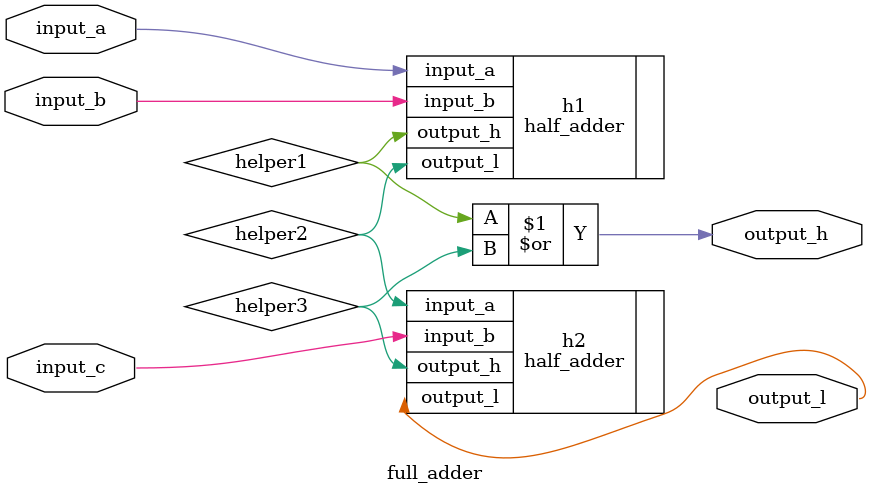
<source format=v>
`include "modules/half_adder.v"
module full_adder
  ( 
    input_a,
    input_b,
    input_c,
    output_h,
    output_l
    );
   
  input  input_a;
  input  input_b;
  input  input_c;
  output output_h;
  output output_l;
  
  wire helper1;
  wire helper2;
  wire helper3;

  half_adder  h1(.input_a(input_a), .input_b(input_b), .output_h(helper1), .output_l(helper2));
  half_adder  h2(.input_a(helper2), .input_b(input_c), .output_h(helper3), .output_l(output_l));
  assign output_h = helper1 | helper3;
endmodule

</source>
